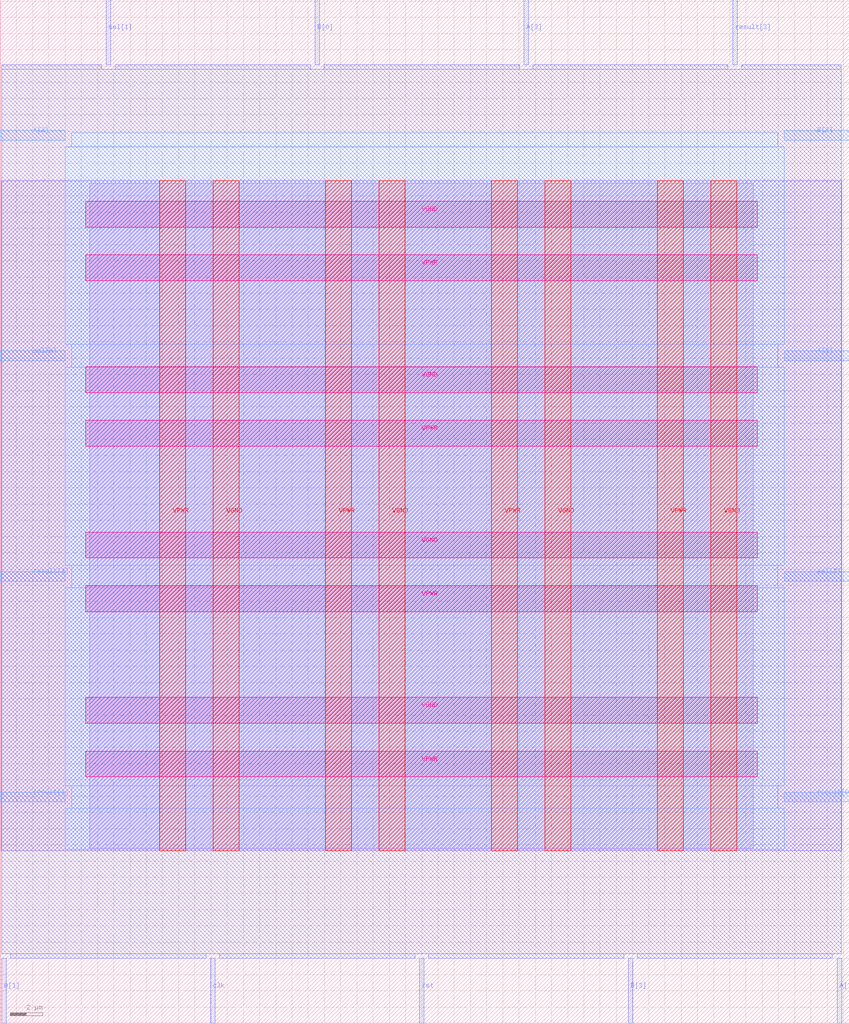
<source format=lef>
VERSION 5.7 ;
  NOWIREEXTENSIONATPIN ON ;
  DIVIDERCHAR "/" ;
  BUSBITCHARS "[]" ;
MACRO alu4bit
  CLASS BLOCK ;
  FOREIGN alu4bit ;
  ORIGIN 0.000 0.000 ;
  SIZE 52.365 BY 63.085 ;
  PIN A[0]
    DIRECTION INPUT ;
    USE SIGNAL ;
    ANTENNAGATEAREA 0.213000 ;
    PORT
      LAYER met3 ;
        RECT 48.365 40.840 52.365 41.440 ;
    END
  END A[0]
  PIN A[1]
    DIRECTION INPUT ;
    USE SIGNAL ;
    ANTENNAGATEAREA 0.159000 ;
    PORT
      LAYER met2 ;
        RECT 51.610 0.000 51.890 4.000 ;
    END
  END A[1]
  PIN A[2]
    DIRECTION INPUT ;
    USE SIGNAL ;
    ANTENNAGATEAREA 0.159000 ;
    PORT
      LAYER met3 ;
        RECT 0.000 54.440 4.000 55.040 ;
    END
  END A[2]
  PIN A[3]
    DIRECTION INPUT ;
    USE SIGNAL ;
    ANTENNAGATEAREA 0.213000 ;
    PORT
      LAYER met2 ;
        RECT 32.290 59.085 32.570 63.085 ;
    END
  END A[3]
  PIN B[0]
    DIRECTION INPUT ;
    USE SIGNAL ;
    ANTENNAGATEAREA 0.213000 ;
    PORT
      LAYER met2 ;
        RECT 19.410 59.085 19.690 63.085 ;
    END
  END B[0]
  PIN B[1]
    DIRECTION INPUT ;
    USE SIGNAL ;
    ANTENNAGATEAREA 0.213000 ;
    PORT
      LAYER met2 ;
        RECT 0.090 0.000 0.370 4.000 ;
    END
  END B[1]
  PIN B[2]
    DIRECTION INPUT ;
    USE SIGNAL ;
    ANTENNAGATEAREA 0.213000 ;
    PORT
      LAYER met3 ;
        RECT 48.365 54.440 52.365 55.040 ;
    END
  END B[2]
  PIN B[3]
    DIRECTION INPUT ;
    USE SIGNAL ;
    ANTENNAGATEAREA 0.196500 ;
    PORT
      LAYER met2 ;
        RECT 38.730 0.000 39.010 4.000 ;
    END
  END B[3]
  PIN VGND
    DIRECTION INOUT ;
    USE GROUND ;
    PORT
      LAYER met4 ;
        RECT 13.135 10.640 14.735 51.920 ;
    END
    PORT
      LAYER met4 ;
        RECT 23.370 10.640 24.970 51.920 ;
    END
    PORT
      LAYER met4 ;
        RECT 33.605 10.640 35.205 51.920 ;
    END
    PORT
      LAYER met4 ;
        RECT 43.840 10.640 45.440 51.920 ;
    END
    PORT
      LAYER met5 ;
        RECT 5.280 18.480 46.700 20.080 ;
    END
    PORT
      LAYER met5 ;
        RECT 5.280 28.680 46.700 30.280 ;
    END
    PORT
      LAYER met5 ;
        RECT 5.280 38.880 46.700 40.480 ;
    END
    PORT
      LAYER met5 ;
        RECT 5.280 49.080 46.700 50.680 ;
    END
  END VGND
  PIN VPWR
    DIRECTION INOUT ;
    USE POWER ;
    PORT
      LAYER met4 ;
        RECT 9.835 10.640 11.435 51.920 ;
    END
    PORT
      LAYER met4 ;
        RECT 20.070 10.640 21.670 51.920 ;
    END
    PORT
      LAYER met4 ;
        RECT 30.305 10.640 31.905 51.920 ;
    END
    PORT
      LAYER met4 ;
        RECT 40.540 10.640 42.140 51.920 ;
    END
    PORT
      LAYER met5 ;
        RECT 5.280 15.180 46.700 16.780 ;
    END
    PORT
      LAYER met5 ;
        RECT 5.280 25.380 46.700 26.980 ;
    END
    PORT
      LAYER met5 ;
        RECT 5.280 35.580 46.700 37.180 ;
    END
    PORT
      LAYER met5 ;
        RECT 5.280 45.780 46.700 47.380 ;
    END
  END VPWR
  PIN clk
    DIRECTION INPUT ;
    USE SIGNAL ;
    ANTENNAGATEAREA 0.852000 ;
    PORT
      LAYER met2 ;
        RECT 12.970 0.000 13.250 4.000 ;
    END
  END clk
  PIN result[0]
    DIRECTION OUTPUT TRISTATE ;
    USE SIGNAL ;
    ANTENNADIFFAREA 0.445500 ;
    PORT
      LAYER met3 ;
        RECT 48.365 13.640 52.365 14.240 ;
    END
  END result[0]
  PIN result[1]
    DIRECTION OUTPUT TRISTATE ;
    USE SIGNAL ;
    ANTENNADIFFAREA 0.795200 ;
    PORT
      LAYER met3 ;
        RECT 0.000 13.640 4.000 14.240 ;
    END
  END result[1]
  PIN result[2]
    DIRECTION OUTPUT TRISTATE ;
    USE SIGNAL ;
    ANTENNADIFFAREA 0.795200 ;
    PORT
      LAYER met3 ;
        RECT 0.000 27.240 4.000 27.840 ;
    END
  END result[2]
  PIN result[3]
    DIRECTION OUTPUT TRISTATE ;
    USE SIGNAL ;
    ANTENNADIFFAREA 0.795200 ;
    PORT
      LAYER met2 ;
        RECT 45.170 59.085 45.450 63.085 ;
    END
  END result[3]
  PIN rst
    DIRECTION INPUT ;
    USE SIGNAL ;
    ANTENNAGATEAREA 0.196500 ;
    PORT
      LAYER met2 ;
        RECT 25.850 0.000 26.130 4.000 ;
    END
  END rst
  PIN sel[0]
    DIRECTION INPUT ;
    USE SIGNAL ;
    ANTENNAGATEAREA 0.159000 ;
    PORT
      LAYER met3 ;
        RECT 0.000 40.840 4.000 41.440 ;
    END
  END sel[0]
  PIN sel[1]
    DIRECTION INPUT ;
    USE SIGNAL ;
    ANTENNAGATEAREA 0.196500 ;
    PORT
      LAYER met2 ;
        RECT 6.530 59.085 6.810 63.085 ;
    END
  END sel[1]
  PIN sel[2]
    DIRECTION INPUT ;
    USE SIGNAL ;
    ANTENNAGATEAREA 0.196500 ;
    PORT
      LAYER met3 ;
        RECT 48.365 27.240 52.365 27.840 ;
    END
  END sel[2]
  OBS
      LAYER li1 ;
        RECT 5.520 10.795 46.460 51.765 ;
      LAYER met1 ;
        RECT 0.070 10.640 51.910 51.920 ;
      LAYER met2 ;
        RECT 0.100 58.805 6.250 59.085 ;
        RECT 7.090 58.805 19.130 59.085 ;
        RECT 19.970 58.805 32.010 59.085 ;
        RECT 32.850 58.805 44.890 59.085 ;
        RECT 45.730 58.805 51.880 59.085 ;
        RECT 0.100 4.280 51.880 58.805 ;
        RECT 0.650 4.000 12.690 4.280 ;
        RECT 13.530 4.000 25.570 4.280 ;
        RECT 26.410 4.000 38.450 4.280 ;
        RECT 39.290 4.000 51.330 4.280 ;
      LAYER met3 ;
        RECT 4.400 54.040 47.965 54.905 ;
        RECT 4.000 41.840 48.365 54.040 ;
        RECT 4.400 40.440 47.965 41.840 ;
        RECT 4.000 28.240 48.365 40.440 ;
        RECT 4.400 26.840 47.965 28.240 ;
        RECT 4.000 14.640 48.365 26.840 ;
        RECT 4.400 13.240 47.965 14.640 ;
        RECT 4.000 10.715 48.365 13.240 ;
  END
END alu4bit
END LIBRARY


</source>
